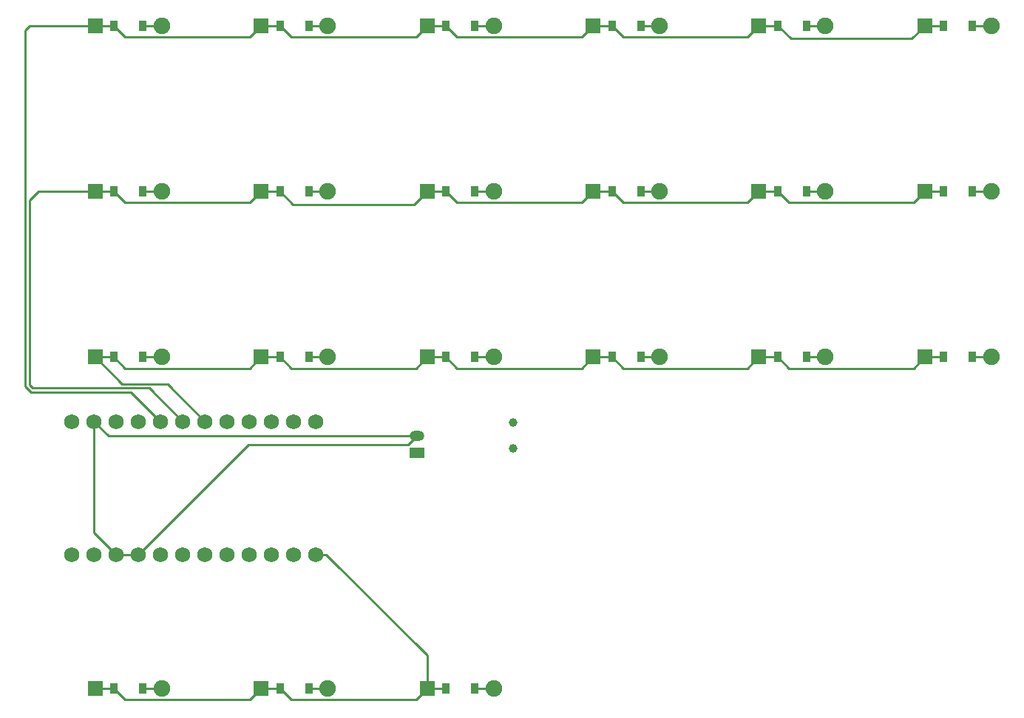
<source format=gbr>
%TF.GenerationSoftware,KiCad,Pcbnew,9.0.4*%
%TF.CreationDate,2025-09-30T09:08:10+02:00*%
%TF.ProjectId,right,72696768-742e-46b6-9963-61645f706362,v1.0.0*%
%TF.SameCoordinates,Original*%
%TF.FileFunction,Copper,L1,Top*%
%TF.FilePolarity,Positive*%
%FSLAX46Y46*%
G04 Gerber Fmt 4.6, Leading zero omitted, Abs format (unit mm)*
G04 Created by KiCad (PCBNEW 9.0.4) date 2025-09-30 09:08:10*
%MOMM*%
%LPD*%
G01*
G04 APERTURE LIST*
%TA.AperFunction,SMDPad,CuDef*%
%ADD10R,0.900000X1.200000*%
%TD*%
%TA.AperFunction,ComponentPad*%
%ADD11R,1.778000X1.778000*%
%TD*%
%TA.AperFunction,ComponentPad*%
%ADD12C,1.905000*%
%TD*%
%TA.AperFunction,ComponentPad*%
%ADD13C,1.752600*%
%TD*%
%TA.AperFunction,ComponentPad*%
%ADD14R,1.700000X1.200000*%
%TD*%
%TA.AperFunction,ComponentPad*%
%ADD15O,1.700000X1.200000*%
%TD*%
%TA.AperFunction,WasherPad*%
%ADD16C,1.000000*%
%TD*%
%TA.AperFunction,Conductor*%
%ADD17C,0.250000*%
%TD*%
G04 APERTURE END LIST*
D10*
%TO.P,D1,1*%
%TO.N,P106*%
X100350000Y-155000000D03*
%TO.P,D1,2*%
%TO.N,inner_thumb*%
X103650000Y-155000000D03*
D11*
%TO.P,D1,1*%
%TO.N,P106*%
X98190000Y-155000000D03*
D12*
%TO.P,D1,2*%
%TO.N,inner_thumb*%
X105810000Y-155000000D03*
%TD*%
D10*
%TO.P,D2,1*%
%TO.N,P002*%
X100350000Y-117000000D03*
%TO.P,D2,2*%
%TO.N,inner_bottom*%
X103650000Y-117000000D03*
D11*
%TO.P,D2,1*%
%TO.N,P002*%
X98190000Y-117000000D03*
D12*
%TO.P,D2,2*%
%TO.N,inner_bottom*%
X105810000Y-117000000D03*
%TD*%
D10*
%TO.P,D3,1*%
%TO.N,P029*%
X100350000Y-98000000D03*
%TO.P,D3,2*%
%TO.N,inner_home*%
X103650000Y-98000000D03*
D11*
%TO.P,D3,1*%
%TO.N,P029*%
X98190000Y-98000000D03*
D12*
%TO.P,D3,2*%
%TO.N,inner_home*%
X105810000Y-98000000D03*
%TD*%
D10*
%TO.P,D4,1*%
%TO.N,P031*%
X100350000Y-79000000D03*
%TO.P,D4,2*%
%TO.N,inner_top*%
X103650000Y-79000000D03*
D11*
%TO.P,D4,1*%
%TO.N,P031*%
X98190000Y-79000000D03*
D12*
%TO.P,D4,2*%
%TO.N,inner_top*%
X105810000Y-79000000D03*
%TD*%
D10*
%TO.P,D5,1*%
%TO.N,P106*%
X119350000Y-155000000D03*
%TO.P,D5,2*%
%TO.N,index_thumb*%
X122650000Y-155000000D03*
D11*
%TO.P,D5,1*%
%TO.N,P106*%
X117190000Y-155000000D03*
D12*
%TO.P,D5,2*%
%TO.N,index_thumb*%
X124810000Y-155000000D03*
%TD*%
D10*
%TO.P,D6,1*%
%TO.N,P002*%
X119350000Y-117000000D03*
%TO.P,D6,2*%
%TO.N,index_bottom*%
X122650000Y-117000000D03*
D11*
%TO.P,D6,1*%
%TO.N,P002*%
X117190000Y-117000000D03*
D12*
%TO.P,D6,2*%
%TO.N,index_bottom*%
X124810000Y-117000000D03*
%TD*%
D10*
%TO.P,D7,1*%
%TO.N,P029*%
X119350000Y-98000000D03*
%TO.P,D7,2*%
%TO.N,index_home*%
X122650000Y-98000000D03*
D11*
%TO.P,D7,1*%
%TO.N,P029*%
X117190000Y-98000000D03*
D12*
%TO.P,D7,2*%
%TO.N,index_home*%
X124810000Y-98000000D03*
%TD*%
D10*
%TO.P,D8,1*%
%TO.N,P031*%
X119350000Y-79000000D03*
%TO.P,D8,2*%
%TO.N,index_top*%
X122650000Y-79000000D03*
D11*
%TO.P,D8,1*%
%TO.N,P031*%
X117190000Y-79000000D03*
D12*
%TO.P,D8,2*%
%TO.N,index_top*%
X124810000Y-79000000D03*
%TD*%
D10*
%TO.P,D9,1*%
%TO.N,P106*%
X138350000Y-155000000D03*
%TO.P,D9,2*%
%TO.N,middle_thumb*%
X141650000Y-155000000D03*
D11*
%TO.P,D9,1*%
%TO.N,P106*%
X136190000Y-155000000D03*
D12*
%TO.P,D9,2*%
%TO.N,middle_thumb*%
X143810000Y-155000000D03*
%TD*%
D10*
%TO.P,D10,1*%
%TO.N,P002*%
X138350000Y-117000000D03*
%TO.P,D10,2*%
%TO.N,middle_bottom*%
X141650000Y-117000000D03*
D11*
%TO.P,D10,1*%
%TO.N,P002*%
X136190000Y-117000000D03*
D12*
%TO.P,D10,2*%
%TO.N,middle_bottom*%
X143810000Y-117000000D03*
%TD*%
D10*
%TO.P,D11,1*%
%TO.N,P029*%
X138350000Y-98000000D03*
%TO.P,D11,2*%
%TO.N,middle_home*%
X141650000Y-98000000D03*
D11*
%TO.P,D11,1*%
%TO.N,P029*%
X136190000Y-98000000D03*
D12*
%TO.P,D11,2*%
%TO.N,middle_home*%
X143810000Y-98000000D03*
%TD*%
D10*
%TO.P,D12,1*%
%TO.N,P031*%
X138350000Y-79000000D03*
%TO.P,D12,2*%
%TO.N,middle_top*%
X141650000Y-79000000D03*
D11*
%TO.P,D12,1*%
%TO.N,P031*%
X136190000Y-79000000D03*
D12*
%TO.P,D12,2*%
%TO.N,middle_top*%
X143810000Y-79000000D03*
%TD*%
D10*
%TO.P,D13,1*%
%TO.N,P002*%
X157350000Y-117000000D03*
%TO.P,D13,2*%
%TO.N,ring_bottom*%
X160650000Y-117000000D03*
D11*
%TO.P,D13,1*%
%TO.N,P002*%
X155190000Y-117000000D03*
D12*
%TO.P,D13,2*%
%TO.N,ring_bottom*%
X162810000Y-117000000D03*
%TD*%
D10*
%TO.P,D14,1*%
%TO.N,P029*%
X157350000Y-98000000D03*
%TO.P,D14,2*%
%TO.N,ring_home*%
X160650000Y-98000000D03*
D11*
%TO.P,D14,1*%
%TO.N,P029*%
X155190000Y-98000000D03*
D12*
%TO.P,D14,2*%
%TO.N,ring_home*%
X162810000Y-98000000D03*
%TD*%
D10*
%TO.P,D15,1*%
%TO.N,P031*%
X157350000Y-79000000D03*
%TO.P,D15,2*%
%TO.N,ring_top*%
X160650000Y-79000000D03*
D11*
%TO.P,D15,1*%
%TO.N,P031*%
X155190000Y-79000000D03*
D12*
%TO.P,D15,2*%
%TO.N,ring_top*%
X162810000Y-79000000D03*
%TD*%
D10*
%TO.P,D16,1*%
%TO.N,P002*%
X176350000Y-117000000D03*
%TO.P,D16,2*%
%TO.N,pinky_bottom*%
X179650000Y-117000000D03*
D11*
%TO.P,D16,1*%
%TO.N,P002*%
X174190000Y-117000000D03*
D12*
%TO.P,D16,2*%
%TO.N,pinky_bottom*%
X181810000Y-117000000D03*
%TD*%
D10*
%TO.P,D17,1*%
%TO.N,P029*%
X176350000Y-98000000D03*
%TO.P,D17,2*%
%TO.N,pinky_home*%
X179650000Y-98000000D03*
D11*
%TO.P,D17,1*%
%TO.N,P029*%
X174190000Y-98000000D03*
D12*
%TO.P,D17,2*%
%TO.N,pinky_home*%
X181810000Y-98000000D03*
%TD*%
D10*
%TO.P,D18,1*%
%TO.N,P031*%
X176350000Y-79000000D03*
%TO.P,D18,2*%
%TO.N,pinky_top*%
X179650000Y-79000000D03*
D11*
%TO.P,D18,1*%
%TO.N,P031*%
X174190000Y-79000000D03*
D12*
%TO.P,D18,2*%
%TO.N,pinky_top*%
X181810000Y-79000000D03*
%TD*%
D10*
%TO.P,D19,1*%
%TO.N,P002*%
X195350000Y-117000000D03*
%TO.P,D19,2*%
%TO.N,outer_bottom*%
X198650000Y-117000000D03*
D11*
%TO.P,D19,1*%
%TO.N,P002*%
X193190000Y-117000000D03*
D12*
%TO.P,D19,2*%
%TO.N,outer_bottom*%
X200810000Y-117000000D03*
%TD*%
D10*
%TO.P,D20,1*%
%TO.N,P029*%
X195350000Y-98000000D03*
%TO.P,D20,2*%
%TO.N,outer_home*%
X198650000Y-98000000D03*
D11*
%TO.P,D20,1*%
%TO.N,P029*%
X193190000Y-98000000D03*
D12*
%TO.P,D20,2*%
%TO.N,outer_home*%
X200810000Y-98000000D03*
%TD*%
D10*
%TO.P,D21,1*%
%TO.N,P031*%
X195350000Y-79000000D03*
%TO.P,D21,2*%
%TO.N,outer_top*%
X198650000Y-79000000D03*
D11*
%TO.P,D21,1*%
%TO.N,P031*%
X193190000Y-79000000D03*
D12*
%TO.P,D21,2*%
%TO.N,outer_top*%
X200810000Y-79000000D03*
%TD*%
D13*
%TO.P,MCU1,1*%
%TO.N,P006*%
X95530000Y-139620000D03*
%TO.P,MCU1,2*%
%TO.N,P008*%
X98070000Y-139620000D03*
%TO.P,MCU1,3*%
%TO.N,GND*%
X100610000Y-139620000D03*
%TO.P,MCU1,4*%
X103150000Y-139620000D03*
%TO.P,MCU1,5*%
%TO.N,P017*%
X105690000Y-139620000D03*
%TO.P,MCU1,6*%
%TO.N,P020*%
X108230000Y-139620000D03*
%TO.P,MCU1,7*%
%TO.N,P022*%
X110770000Y-139620000D03*
%TO.P,MCU1,8*%
%TO.N,P024*%
X113310000Y-139620000D03*
%TO.P,MCU1,9*%
%TO.N,P100*%
X115850000Y-139620000D03*
%TO.P,MCU1,10*%
%TO.N,P011*%
X118390000Y-139620000D03*
%TO.P,MCU1,11*%
%TO.N,P104*%
X120930000Y-139620000D03*
%TO.P,MCU1,12*%
%TO.N,P106*%
X123470000Y-139620000D03*
%TO.P,MCU1,13*%
%TO.N,P009*%
X123470000Y-124380000D03*
%TO.P,MCU1,14*%
%TO.N,P010*%
X120930000Y-124380000D03*
%TO.P,MCU1,15*%
%TO.N,P111*%
X118390000Y-124380000D03*
%TO.P,MCU1,16*%
%TO.N,P113*%
X115850000Y-124380000D03*
%TO.P,MCU1,17*%
%TO.N,P115*%
X113310000Y-124380000D03*
%TO.P,MCU1,18*%
%TO.N,P002*%
X110770000Y-124380000D03*
%TO.P,MCU1,19*%
%TO.N,P029*%
X108230000Y-124380000D03*
%TO.P,MCU1,20*%
%TO.N,P031*%
X105690000Y-124380000D03*
%TO.P,MCU1,21*%
%TO.N,VCC*%
X103150000Y-124380000D03*
%TO.P,MCU1,22*%
%TO.N,RST*%
X100610000Y-124380000D03*
%TO.P,MCU1,23*%
%TO.N,GND*%
X98070000Y-124380000D03*
%TO.P,MCU1,24*%
%TO.N,RAW*%
X95530000Y-124380000D03*
%TD*%
D14*
%TO.P,JST1,1*%
%TO.N,pos*%
X135000000Y-128000000D03*
D15*
%TO.P,JST1,2*%
%TO.N,GND*%
X135000000Y-126000000D03*
%TD*%
D16*
%TO.P,T1,*%
%TO.N,*%
X146000000Y-127500000D03*
X146000000Y-124500000D03*
%TD*%
D17*
%TO.N,P031*%
X98190000Y-79000000D02*
X90701000Y-79000000D01*
X90701000Y-79000000D02*
X90201000Y-79500000D01*
X90201000Y-79500000D02*
X90201000Y-120338810D01*
X90201000Y-120338810D02*
X90862190Y-121000000D01*
X90862190Y-121000000D02*
X102310000Y-121000000D01*
X102310000Y-121000000D02*
X105690000Y-124380000D01*
%TO.N,inner_thumb*%
X103650000Y-155000000D02*
X105810000Y-155000000D01*
%TO.N,middle_thumb*%
X141650000Y-155000000D02*
X143810000Y-155000000D01*
%TO.N,index_thumb*%
X122650000Y-155000000D02*
X124810000Y-155000000D01*
%TO.N,inner_bottom*%
X103650000Y-117000000D02*
X105810000Y-117000000D01*
%TO.N,inner_top*%
X103650000Y-79000000D02*
X105810000Y-79000000D01*
%TO.N,inner_home*%
X103650000Y-98000000D02*
X105810000Y-98000000D01*
%TO.N,index_top*%
X122650000Y-79000000D02*
X124810000Y-79000000D01*
%TO.N,index_bottom*%
X122650000Y-117000000D02*
X124810000Y-117000000D01*
%TO.N,index_home*%
X122650000Y-98000000D02*
X124810000Y-98000000D01*
%TO.N,middle_top*%
X143810000Y-79000000D02*
X141650000Y-79000000D01*
%TO.N,middle_home*%
X141650000Y-98000000D02*
X143810000Y-98000000D01*
%TO.N,middle_bottom*%
X141650000Y-117000000D02*
X143810000Y-117000000D01*
%TO.N,ring_top*%
X160650000Y-79000000D02*
X162810000Y-79000000D01*
%TO.N,ring_home*%
X160650000Y-98000000D02*
X162810000Y-98000000D01*
%TO.N,pinky_home*%
X179650000Y-98000000D02*
X181810000Y-98000000D01*
%TO.N,outer_top*%
X198650000Y-79000000D02*
X200810000Y-79000000D01*
%TO.N,pinky_top*%
X179650000Y-79000000D02*
X181810000Y-79000000D01*
%TO.N,outer_home*%
X198650000Y-98000000D02*
X200810000Y-98000000D01*
%TO.N,outer_bottom*%
X198650000Y-117000000D02*
X200810000Y-117000000D01*
%TO.N,pinky_bottom*%
X179650000Y-117000000D02*
X181810000Y-117000000D01*
%TO.N,ring_bottom*%
X160650000Y-117000000D02*
X162810000Y-117000000D01*
%TO.N,P106*%
X136190000Y-155000000D02*
X136190000Y-151190000D01*
X136190000Y-151190000D02*
X124620000Y-139620000D01*
X124620000Y-139620000D02*
X123470000Y-139620000D01*
X136190000Y-155000000D02*
X138350000Y-155000000D01*
X119350000Y-155000000D02*
X120628500Y-156278500D01*
X134911500Y-156278500D02*
X136190000Y-155000000D01*
X120628500Y-156278500D02*
X134911500Y-156278500D01*
X117190000Y-155000000D02*
X119350000Y-155000000D01*
X100350000Y-155000000D02*
X101628500Y-156278500D01*
X101628500Y-156278500D02*
X115911500Y-156278500D01*
X115911500Y-156278500D02*
X117190000Y-155000000D01*
X98190000Y-155000000D02*
X100350000Y-155000000D01*
%TO.N,P002*%
X193190000Y-117000000D02*
X195350000Y-117000000D01*
X176350000Y-117000000D02*
X177628500Y-118278500D01*
X177628500Y-118278500D02*
X191911500Y-118278500D01*
X191911500Y-118278500D02*
X193190000Y-117000000D01*
X174190000Y-117000000D02*
X176350000Y-117000000D01*
X157350000Y-117000000D02*
X158628500Y-118278500D01*
X172911500Y-118278500D02*
X174190000Y-117000000D01*
X158628500Y-118278500D02*
X172911500Y-118278500D01*
X155190000Y-117000000D02*
X157350000Y-117000000D01*
X138350000Y-117000000D02*
X139628500Y-118278500D01*
X139628500Y-118278500D02*
X153911500Y-118278500D01*
X153911500Y-118278500D02*
X155190000Y-117000000D01*
X136190000Y-117000000D02*
X138350000Y-117000000D01*
X119350000Y-117000000D02*
X120628500Y-118278500D01*
X120628500Y-118278500D02*
X134911500Y-118278500D01*
X134911500Y-118278500D02*
X136190000Y-117000000D01*
X117190000Y-117000000D02*
X119350000Y-117000000D01*
X98190000Y-117000000D02*
X101288000Y-120098000D01*
X101288000Y-120098000D02*
X106488000Y-120098000D01*
X106488000Y-120098000D02*
X110770000Y-124380000D01*
X100350000Y-117000000D02*
X101628500Y-118278500D01*
X115911500Y-118278500D02*
X117190000Y-117000000D01*
X101628500Y-118278500D02*
X115911500Y-118278500D01*
X98190000Y-117000000D02*
X100350000Y-117000000D01*
%TO.N,P029*%
X98190000Y-98000000D02*
X91652000Y-98000000D01*
X91652000Y-98000000D02*
X90652000Y-99000000D01*
X90652000Y-99000000D02*
X90652000Y-120152000D01*
X91049000Y-120549000D02*
X104399000Y-120549000D01*
X90652000Y-120152000D02*
X91049000Y-120549000D01*
X104399000Y-120549000D02*
X108230000Y-124380000D01*
%TO.N,P031*%
X100350000Y-79000000D02*
X98190000Y-79000000D01*
X117190000Y-79000000D02*
X115911500Y-80278500D01*
X115911500Y-80278500D02*
X101628500Y-80278500D01*
X101628500Y-80278500D02*
X100350000Y-79000000D01*
X119350000Y-79000000D02*
X117190000Y-79000000D01*
X136190000Y-79000000D02*
X134911500Y-80278500D01*
X134911500Y-80278500D02*
X120628500Y-80278500D01*
X120628500Y-80278500D02*
X119350000Y-79000000D01*
X138350000Y-79000000D02*
X136190000Y-79000000D01*
X155190000Y-79000000D02*
X153911500Y-80278500D01*
X153911500Y-80278500D02*
X139628500Y-80278500D01*
X139628500Y-80278500D02*
X138350000Y-79000000D01*
X157350000Y-79000000D02*
X155190000Y-79000000D01*
%TO.N,P029*%
X100350000Y-98000000D02*
X98190000Y-98000000D01*
X117190000Y-98000000D02*
X115911500Y-99278500D01*
X115911500Y-99278500D02*
X101628500Y-99278500D01*
X101628500Y-99278500D02*
X100350000Y-98000000D01*
X119350000Y-98000000D02*
X117190000Y-98000000D01*
X136190000Y-98000000D02*
X134690000Y-99500000D01*
X134690000Y-99500000D02*
X120850000Y-99500000D01*
X120850000Y-99500000D02*
X119350000Y-98000000D01*
X138350000Y-98000000D02*
X136190000Y-98000000D01*
X155190000Y-98000000D02*
X153911500Y-99278500D01*
X153911500Y-99278500D02*
X139628500Y-99278500D01*
X139628500Y-99278500D02*
X138350000Y-98000000D01*
X157350000Y-98000000D02*
X155190000Y-98000000D01*
X174190000Y-98000000D02*
X172911500Y-99278500D01*
X172911500Y-99278500D02*
X158628500Y-99278500D01*
X158628500Y-99278500D02*
X157350000Y-98000000D01*
X176350000Y-98000000D02*
X174190000Y-98000000D01*
X193190000Y-98000000D02*
X191911500Y-99278500D01*
X191911500Y-99278500D02*
X177628500Y-99278500D01*
X177628500Y-99278500D02*
X176350000Y-98000000D01*
X195350000Y-98000000D02*
X193190000Y-98000000D01*
%TO.N,P031*%
X174190000Y-79000000D02*
X172911500Y-80278500D01*
X158628500Y-80278500D02*
X157350000Y-79000000D01*
X172911500Y-80278500D02*
X158628500Y-80278500D01*
X176350000Y-79000000D02*
X174190000Y-79000000D01*
X193190000Y-79000000D02*
X191690000Y-80500000D01*
X191690000Y-80500000D02*
X177850000Y-80500000D01*
X177850000Y-80500000D02*
X176350000Y-79000000D01*
X195350000Y-79000000D02*
X193190000Y-79000000D01*
%TO.N,GND*%
X135000000Y-126000000D02*
X134000000Y-127000000D01*
X134000000Y-127000000D02*
X115770000Y-127000000D01*
X115770000Y-127000000D02*
X103150000Y-139620000D01*
X100610000Y-139620000D02*
X103150000Y-139620000D01*
X100610000Y-139620000D02*
X98070000Y-137080000D01*
X98070000Y-137080000D02*
X98070000Y-124380000D01*
X135000000Y-126000000D02*
X99690000Y-126000000D01*
X99690000Y-126000000D02*
X98070000Y-124380000D01*
%TD*%
M02*

</source>
